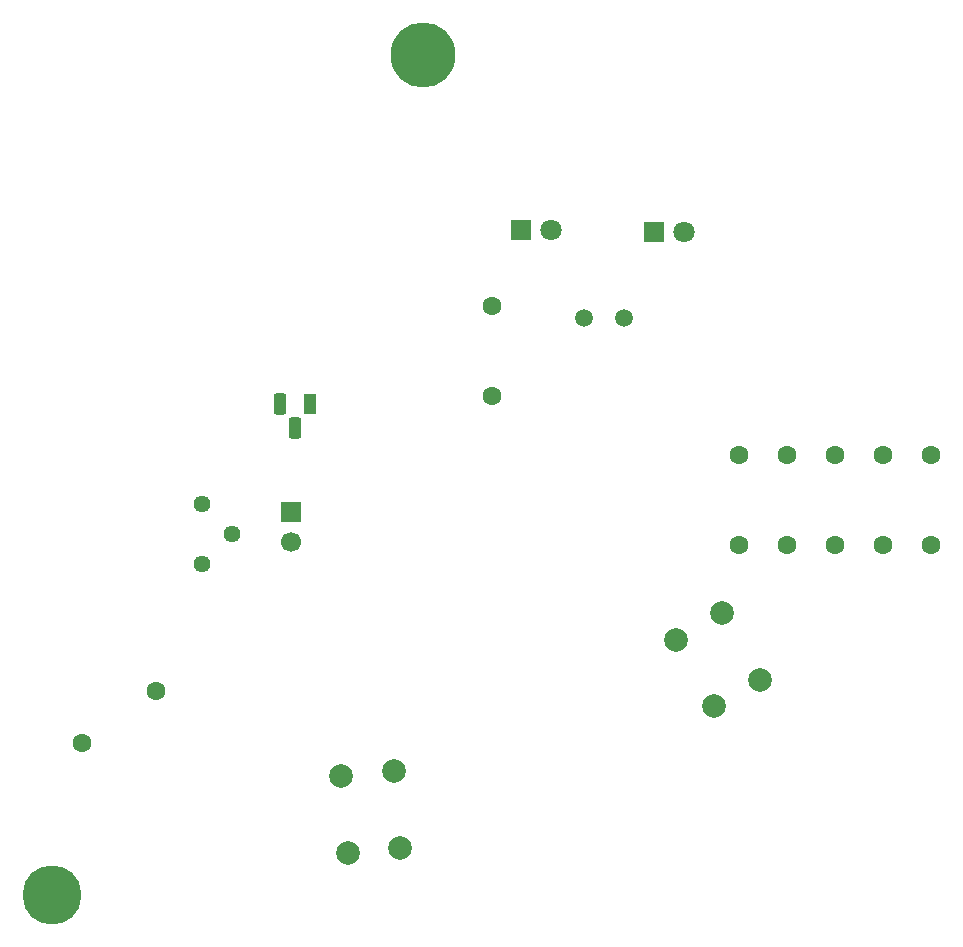
<source format=gbl>
G04 #@! TF.GenerationSoftware,KiCad,Pcbnew,9.0.2*
G04 #@! TF.CreationDate,2025-06-30T22:37:18+03:00*
G04 #@! TF.ProjectId,Fidget_keychain,46696467-6574-45f6-9b65-79636861696e,7*
G04 #@! TF.SameCoordinates,Original*
G04 #@! TF.FileFunction,Copper,L2,Bot*
G04 #@! TF.FilePolarity,Positive*
%FSLAX46Y46*%
G04 Gerber Fmt 4.6, Leading zero omitted, Abs format (unit mm)*
G04 Created by KiCad (PCBNEW 9.0.2) date 2025-06-30 22:37:18*
%MOMM*%
%LPD*%
G01*
G04 APERTURE LIST*
G04 Aperture macros list*
%AMRoundRect*
0 Rectangle with rounded corners*
0 $1 Rounding radius*
0 $2 $3 $4 $5 $6 $7 $8 $9 X,Y pos of 4 corners*
0 Add a 4 corners polygon primitive as box body*
4,1,4,$2,$3,$4,$5,$6,$7,$8,$9,$2,$3,0*
0 Add four circle primitives for the rounded corners*
1,1,$1+$1,$2,$3*
1,1,$1+$1,$4,$5*
1,1,$1+$1,$6,$7*
1,1,$1+$1,$8,$9*
0 Add four rect primitives between the rounded corners*
20,1,$1+$1,$2,$3,$4,$5,0*
20,1,$1+$1,$4,$5,$6,$7,0*
20,1,$1+$1,$6,$7,$8,$9,0*
20,1,$1+$1,$8,$9,$2,$3,0*%
G04 Aperture macros list end*
G04 #@! TA.AperFunction,ComponentPad*
%ADD10C,1.600000*%
G04 #@! TD*
G04 #@! TA.AperFunction,ComponentPad*
%ADD11C,2.000000*%
G04 #@! TD*
G04 #@! TA.AperFunction,ComponentPad*
%ADD12R,1.700000X1.700000*%
G04 #@! TD*
G04 #@! TA.AperFunction,ComponentPad*
%ADD13C,1.700000*%
G04 #@! TD*
G04 #@! TA.AperFunction,ComponentPad*
%ADD14R,1.800000X1.800000*%
G04 #@! TD*
G04 #@! TA.AperFunction,ComponentPad*
%ADD15C,1.800000*%
G04 #@! TD*
G04 #@! TA.AperFunction,ComponentPad*
%ADD16R,1.100000X1.800000*%
G04 #@! TD*
G04 #@! TA.AperFunction,ComponentPad*
%ADD17RoundRect,0.275000X0.275000X0.625000X-0.275000X0.625000X-0.275000X-0.625000X0.275000X-0.625000X0*%
G04 #@! TD*
G04 #@! TA.AperFunction,ComponentPad*
%ADD18C,1.500000*%
G04 #@! TD*
G04 #@! TA.AperFunction,ComponentPad*
%ADD19C,1.440000*%
G04 #@! TD*
G04 #@! TA.AperFunction,ViaPad*
%ADD20C,5.000000*%
G04 #@! TD*
G04 #@! TA.AperFunction,ViaPad*
%ADD21C,5.500000*%
G04 #@! TD*
G04 APERTURE END LIST*
D10*
X74710000Y-68730000D03*
X74710000Y-61110000D03*
D11*
X94160000Y-87100000D03*
X97410001Y-92729166D03*
X90262886Y-89350001D03*
X93512886Y-94979166D03*
D12*
X57690000Y-78540000D03*
D13*
X57690000Y-81080000D03*
D14*
X77170000Y-54660000D03*
D15*
X79710000Y-54660000D03*
D16*
X59340000Y-69340000D03*
D17*
X58070000Y-71410000D03*
X56800000Y-69340000D03*
D10*
X46271938Y-93669347D03*
X40030000Y-98040000D03*
D11*
X62493636Y-107357466D03*
X61927124Y-100882201D03*
X66976512Y-106965265D03*
X66410000Y-100490000D03*
D18*
X82490000Y-62080000D03*
X85890000Y-62080000D03*
D19*
X50130000Y-82890000D03*
X52670000Y-80350000D03*
X50130000Y-77810000D03*
D14*
X88435000Y-54810000D03*
D15*
X90975000Y-54810000D03*
D10*
X95670000Y-73660000D03*
X95670000Y-81280000D03*
X107820000Y-73660000D03*
X107820000Y-81280000D03*
X99720000Y-73660000D03*
X99720000Y-81280000D03*
X111870000Y-73660000D03*
X111870000Y-81280000D03*
X103770000Y-73660000D03*
X103770000Y-81280000D03*
D20*
X37510000Y-110940000D03*
D21*
X68920000Y-39820000D03*
M02*

</source>
